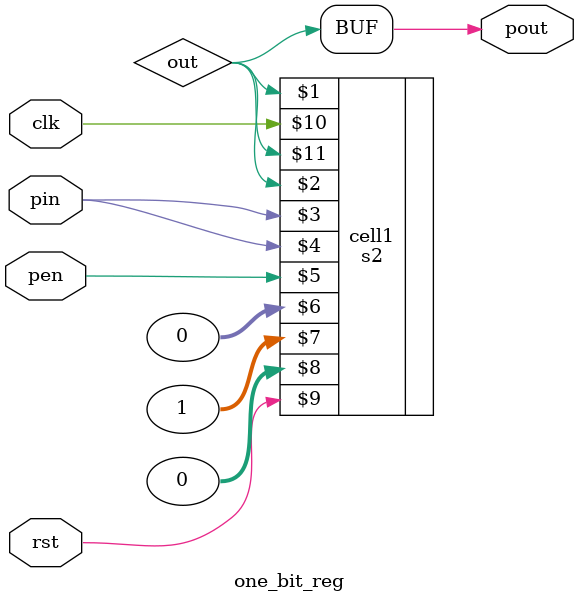
<source format=v>
module one_bit_reg(input clk , rst,pen , pin , output pout );
    wire out ; 
    s2 cell1(out,out,pin , pin,pen,0,1,0,rst,clk,out);
    assign pout= out ;
endmodule

</source>
